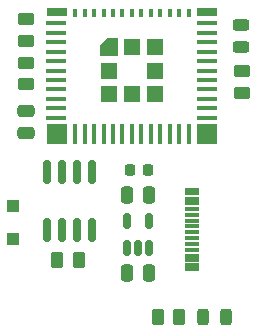
<source format=gbr>
%TF.GenerationSoftware,KiCad,Pcbnew,(6.0.7-1)-1*%
%TF.CreationDate,2022-11-24T20:11:50+01:00*%
%TF.ProjectId,Frost-ESP32,46726f73-742d-4455-9350-33322e6b6963,rev?*%
%TF.SameCoordinates,Original*%
%TF.FileFunction,Paste,Top*%
%TF.FilePolarity,Positive*%
%FSLAX46Y46*%
G04 Gerber Fmt 4.6, Leading zero omitted, Abs format (unit mm)*
G04 Created by KiCad (PCBNEW (6.0.7-1)-1) date 2022-11-24 20:11:50*
%MOMM*%
%LPD*%
G01*
G04 APERTURE LIST*
G04 Aperture macros list*
%AMRoundRect*
0 Rectangle with rounded corners*
0 $1 Rounding radius*
0 $2 $3 $4 $5 $6 $7 $8 $9 X,Y pos of 4 corners*
0 Add a 4 corners polygon primitive as box body*
4,1,4,$2,$3,$4,$5,$6,$7,$8,$9,$2,$3,0*
0 Add four circle primitives for the rounded corners*
1,1,$1+$1,$2,$3*
1,1,$1+$1,$4,$5*
1,1,$1+$1,$6,$7*
1,1,$1+$1,$8,$9*
0 Add four rect primitives between the rounded corners*
20,1,$1+$1,$2,$3,$4,$5,0*
20,1,$1+$1,$4,$5,$6,$7,0*
20,1,$1+$1,$6,$7,$8,$9,0*
20,1,$1+$1,$8,$9,$2,$3,0*%
%AMFreePoly0*
4,1,6,0.725000,-0.725000,-0.725000,-0.725000,-0.725000,0.125000,-0.125000,0.725000,0.725000,0.725000,0.725000,-0.725000,0.725000,-0.725000,$1*%
G04 Aperture macros list end*
%ADD10RoundRect,0.225000X-0.225000X-0.250000X0.225000X-0.250000X0.225000X0.250000X-0.225000X0.250000X0*%
%ADD11RoundRect,0.250000X0.450000X-0.262500X0.450000X0.262500X-0.450000X0.262500X-0.450000X-0.262500X0*%
%ADD12RoundRect,0.250000X-0.475000X0.250000X-0.475000X-0.250000X0.475000X-0.250000X0.475000X0.250000X0*%
%ADD13R,1.150000X0.300000*%
%ADD14RoundRect,0.243750X-0.456250X0.243750X-0.456250X-0.243750X0.456250X-0.243750X0.456250X0.243750X0*%
%ADD15RoundRect,0.250000X-0.250000X-0.475000X0.250000X-0.475000X0.250000X0.475000X-0.250000X0.475000X0*%
%ADD16R,1.800000X0.400000*%
%ADD17R,0.400000X1.800000*%
%ADD18R,0.400000X0.800000*%
%ADD19R,1.450000X1.450000*%
%ADD20FreePoly0,0.000000*%
%ADD21R,1.700000X0.700000*%
%ADD22R,1.700000X1.700000*%
%ADD23RoundRect,0.250000X-0.262500X-0.450000X0.262500X-0.450000X0.262500X0.450000X-0.262500X0.450000X0*%
%ADD24RoundRect,0.250000X-0.450000X0.262500X-0.450000X-0.262500X0.450000X-0.262500X0.450000X0.262500X0*%
%ADD25RoundRect,0.243750X0.243750X0.456250X-0.243750X0.456250X-0.243750X-0.456250X0.243750X-0.456250X0*%
%ADD26RoundRect,0.150000X0.150000X-0.512500X0.150000X0.512500X-0.150000X0.512500X-0.150000X-0.512500X0*%
%ADD27RoundRect,0.250000X0.262500X0.450000X-0.262500X0.450000X-0.262500X-0.450000X0.262500X-0.450000X0*%
%ADD28RoundRect,0.150000X-0.150000X0.825000X-0.150000X-0.825000X0.150000X-0.825000X0.150000X0.825000X0*%
%ADD29R,1.100000X1.100000*%
G04 APERTURE END LIST*
D10*
%TO.C,C3*%
X106125000Y-81400000D03*
X107675000Y-81400000D03*
%TD*%
D11*
%TO.C,R2*%
X97300000Y-74112500D03*
X97300000Y-72287500D03*
%TD*%
D12*
%TO.C,C4*%
X97300000Y-76350000D03*
X97300000Y-78250000D03*
%TD*%
D13*
%TO.C,J3*%
X111430000Y-89750000D03*
X111430000Y-88950000D03*
X111430000Y-87650000D03*
X111430000Y-86650000D03*
X111430000Y-86150000D03*
X111430000Y-85150000D03*
X111430000Y-83850000D03*
X111430000Y-83050000D03*
X111430000Y-83350000D03*
X111430000Y-84150000D03*
X111430000Y-84650000D03*
X111430000Y-85650000D03*
X111430000Y-87150000D03*
X111430000Y-88150000D03*
X111430000Y-88650000D03*
X111430000Y-89450000D03*
%TD*%
D14*
%TO.C,D3*%
X115500000Y-69100000D03*
X115500000Y-70975000D03*
%TD*%
D15*
%TO.C,C1*%
X105850000Y-90100000D03*
X107750000Y-90100000D03*
%TD*%
D16*
%TO.C,U1*%
X99900000Y-68950000D03*
X99900000Y-69750000D03*
X99900000Y-70550000D03*
X99900000Y-71350000D03*
X99900000Y-72150000D03*
X99900000Y-72950000D03*
X99900000Y-73750000D03*
X99900000Y-74550000D03*
X99900000Y-75350000D03*
X99900000Y-76150000D03*
X99900000Y-76950000D03*
D17*
X101500000Y-78350000D03*
X102300000Y-78350000D03*
X103100000Y-78350000D03*
X103900000Y-78350000D03*
X104700000Y-78350000D03*
X105500000Y-78350000D03*
X106300000Y-78350000D03*
X107100000Y-78350000D03*
X107900000Y-78350000D03*
X108700000Y-78350000D03*
X109500000Y-78350000D03*
X110300000Y-78350000D03*
X111100000Y-78350000D03*
D16*
X112700000Y-76950000D03*
X112700000Y-76150000D03*
X112700000Y-75350000D03*
X112700000Y-74550000D03*
X112700000Y-73750000D03*
X112700000Y-72950000D03*
X112700000Y-72150000D03*
X112700000Y-71350000D03*
X112700000Y-70550000D03*
X112700000Y-69750000D03*
X112700000Y-68950000D03*
D18*
X111100000Y-68050000D03*
X110300000Y-68050000D03*
X109500000Y-68050000D03*
X108700000Y-68050000D03*
X107900000Y-68050000D03*
X107100000Y-68050000D03*
X106300000Y-68050000D03*
X105500000Y-68050000D03*
X104700000Y-68050000D03*
X103900000Y-68050000D03*
X103100000Y-68050000D03*
X102300000Y-68050000D03*
X101500000Y-68050000D03*
D19*
X108275000Y-70975000D03*
X104325000Y-74925000D03*
X106300000Y-70975000D03*
D20*
X104325000Y-70975000D03*
D19*
X104325000Y-72950000D03*
X108275000Y-72950000D03*
X108275000Y-74925000D03*
X106300000Y-74925000D03*
D21*
X112650000Y-68000000D03*
D22*
X112650000Y-78350000D03*
X99950000Y-78350000D03*
D21*
X99950000Y-68000000D03*
%TD*%
D23*
%TO.C,R1*%
X108487500Y-93800000D03*
X110312500Y-93800000D03*
%TD*%
D15*
%TO.C,C2*%
X105850000Y-83500000D03*
X107750000Y-83500000D03*
%TD*%
D24*
%TO.C,R3*%
X97300000Y-68587500D03*
X97300000Y-70412500D03*
%TD*%
D11*
%TO.C,R5*%
X115600000Y-74812500D03*
X115600000Y-72987500D03*
%TD*%
D25*
%TO.C,D1*%
X114237500Y-93800000D03*
X112362500Y-93800000D03*
%TD*%
D26*
%TO.C,U2*%
X105850000Y-87937500D03*
X106800000Y-87937500D03*
X107750000Y-87937500D03*
X107750000Y-85662500D03*
X105850000Y-85662500D03*
%TD*%
D27*
%TO.C,R4*%
X101812500Y-89000000D03*
X99987500Y-89000000D03*
%TD*%
D28*
%TO.C,U3*%
X102905000Y-81525000D03*
X101635000Y-81525000D03*
X100365000Y-81525000D03*
X99095000Y-81525000D03*
X99095000Y-86475000D03*
X100365000Y-86475000D03*
X101635000Y-86475000D03*
X102905000Y-86475000D03*
%TD*%
D29*
%TO.C,D2*%
X96200000Y-84400000D03*
X96200000Y-87200000D03*
%TD*%
M02*

</source>
